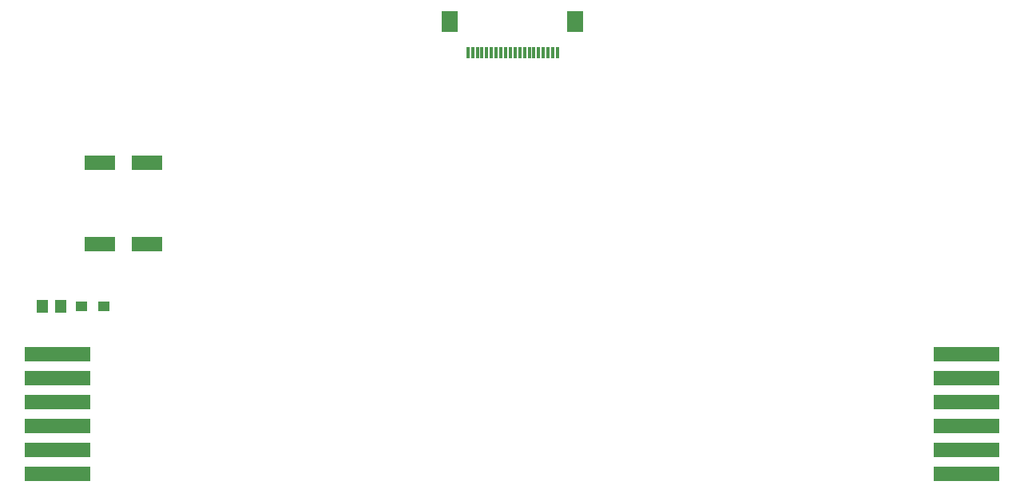
<source format=gbr>
%TF.GenerationSoftware,Altium Limited,Altium Designer,24.7.2 (38)*%
G04 Layer_Color=8421504*
%FSLAX45Y45*%
%MOMM*%
%TF.SameCoordinates,4658354D-353F-4C49-8F46-90FD7368F250*%
%TF.FilePolarity,Positive*%
%TF.FileFunction,Paste,Top*%
%TF.Part,Single*%
G01*
G75*
%TA.AperFunction,SMDPad,CuDef*%
%ADD10R,1.80000X2.20000*%
%ADD11R,0.30000X1.30000*%
%ADD12R,3.20000X1.60000*%
%ADD13R,7.00000X1.52400*%
%ADD14R,1.25000X1.10000*%
%ADD15R,1.20000X1.45000*%
D10*
X7666200Y6832600D02*
D03*
X8996200D02*
D03*
D11*
X7856200Y6507600D02*
D03*
X7906200D02*
D03*
X7956200D02*
D03*
X8006200D02*
D03*
X8056200D02*
D03*
X8106200D02*
D03*
X8156200D02*
D03*
X8206200D02*
D03*
X8256200D02*
D03*
X8306200D02*
D03*
X8356200D02*
D03*
X8406200D02*
D03*
X8456200D02*
D03*
X8506200D02*
D03*
X8556200D02*
D03*
X8606200D02*
D03*
X8656200D02*
D03*
X8706200D02*
D03*
X8756200D02*
D03*
X8806200D02*
D03*
D12*
X4453700Y5334000D02*
D03*
X3953700D02*
D03*
Y4470400D02*
D03*
X4453700D02*
D03*
D13*
X13144501Y2286000D02*
D03*
X3505200Y2032000D02*
D03*
Y2286000D02*
D03*
Y2540000D02*
D03*
Y2794000D02*
D03*
Y3048000D02*
D03*
Y3302000D02*
D03*
X13144501D02*
D03*
Y3048000D02*
D03*
Y2794000D02*
D03*
Y2540000D02*
D03*
Y2032000D02*
D03*
D14*
X3994200Y3810000D02*
D03*
X3759200D02*
D03*
D15*
X3341700D02*
D03*
X3541700D02*
D03*
%TF.MD5,b3741797a99979d478cb5c62b6580d10*%
M02*

</source>
